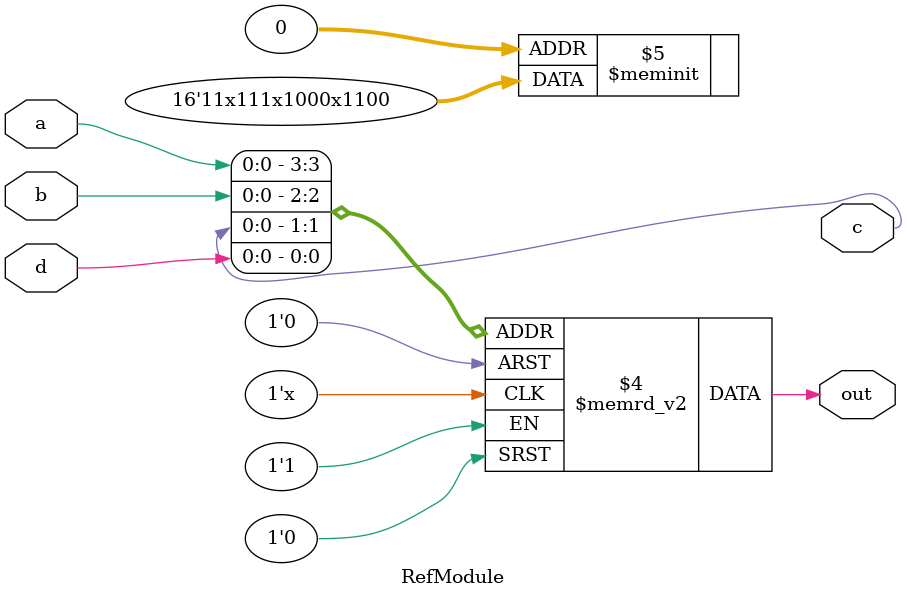
<source format=sv>

module RefModule (
  input a,
  input b,
  output c,
  input d,
  output reg out
);

  always @(*) begin
    case({a,b,c,d})
      4'h0: out = 0;
      4'h1: out = 0;
      4'h3: out = 1;
      4'h2: out = 1;
      4'h4: out = 1'bx;
      4'h5: out = 0;
      4'h7: out = 0;
      4'h6: out = 0;
      4'hc: out = 1;
      4'hd: out = 1'bx;
      4'hf: out = 1;
      4'he: out = 1;
      4'h8: out = 1;
      4'h9: out = 1'bx;
      4'hb: out = 1;
      4'ha: out = 1;
    endcase
  end

endmodule


</source>
